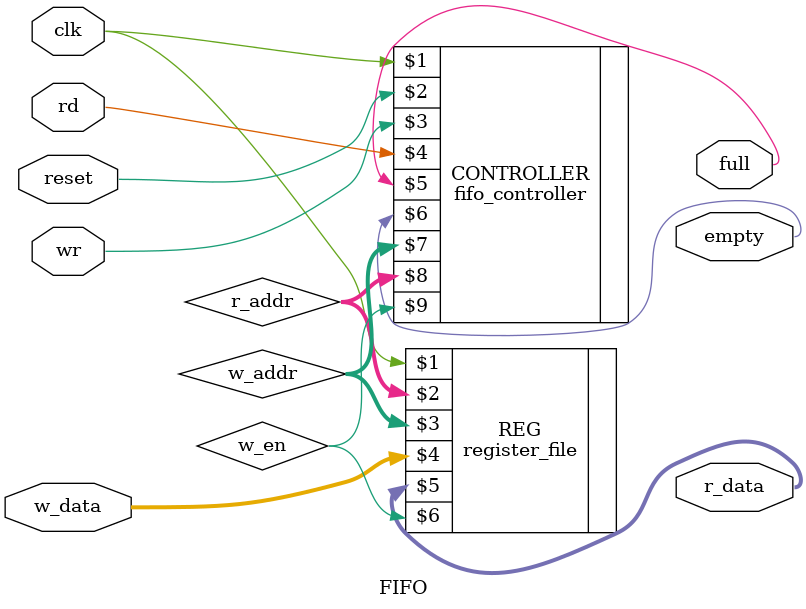
<source format=v>
`timescale 1ns / 1ps


module FIFO(
       input clk,reset,
       input [7:0] w_data,
       output [7:0] r_data,
       input rd, wr,
       output full, empty
       );
    wire [2:0] r_addr, w_addr;
    wire w_en;
    
    register_file  REG( clk,r_addr,w_addr, w_data,r_data,  w_en) ;
     
    fifo_controller  CONTROLLER( clk, reset, wr, rd, full, empty, w_addr,r_addr,w_en);
     
endmodule

</source>
